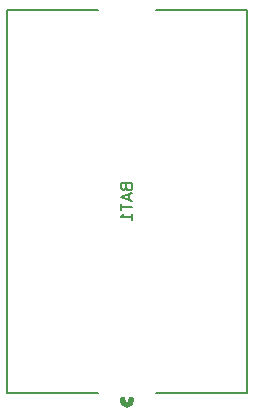
<source format=gbo>
G04 #@! TF.GenerationSoftware,KiCad,Pcbnew,9.0.5*
G04 #@! TF.CreationDate,2026-01-31T11:44:17-08:00*
G04 #@! TF.ProjectId,PocketFT8Xcvr,506f636b-6574-4465-9438-586376722e6b,rev?*
G04 #@! TF.SameCoordinates,Original*
G04 #@! TF.FileFunction,Legend,Bot*
G04 #@! TF.FilePolarity,Positive*
%FSLAX46Y46*%
G04 Gerber Fmt 4.6, Leading zero omitted, Abs format (unit mm)*
G04 Created by KiCad (PCBNEW 9.0.5) date 2026-01-31 11:44:17*
%MOMM*%
%LPD*%
G01*
G04 APERTURE LIST*
G04 Aperture macros list*
%AMRoundRect*
0 Rectangle with rounded corners*
0 $1 Rounding radius*
0 $2 $3 $4 $5 $6 $7 $8 $9 X,Y pos of 4 corners*
0 Add a 4 corners polygon primitive as box body*
4,1,4,$2,$3,$4,$5,$6,$7,$8,$9,$2,$3,0*
0 Add four circle primitives for the rounded corners*
1,1,$1+$1,$2,$3*
1,1,$1+$1,$4,$5*
1,1,$1+$1,$6,$7*
1,1,$1+$1,$8,$9*
0 Add four rect primitives between the rounded corners*
20,1,$1+$1,$2,$3,$4,$5,0*
20,1,$1+$1,$4,$5,$6,$7,0*
20,1,$1+$1,$6,$7,$8,$9,0*
20,1,$1+$1,$8,$9,$2,$3,0*%
G04 Aperture macros list end*
%ADD10C,0.150000*%
%ADD11C,0.152400*%
%ADD12C,0.508000*%
%ADD13C,3.000000*%
%ADD14R,1.600000X1.600000*%
%ADD15C,1.600000*%
%ADD16R,1.300000X1.300000*%
%ADD17C,1.300000*%
%ADD18C,1.803200*%
%ADD19R,2.413000X5.080000*%
%ADD20R,1.700000X1.700000*%
%ADD21O,1.700000X1.700000*%
%ADD22R,1.879600X1.879600*%
%ADD23C,1.879600*%
%ADD24RoundRect,0.250000X0.512000X-0.512000X0.512000X0.512000X-0.512000X0.512000X-0.512000X-0.512000X0*%
%ADD25C,1.524000*%
%ADD26R,1.800000X1.800000*%
%ADD27C,1.800000*%
%ADD28R,2.000000X2.000000*%
%ADD29C,2.000000*%
%ADD30R,2.100000X2.100000*%
%ADD31C,2.100000*%
%ADD32R,4.318000X3.302000*%
G04 APERTURE END LIST*
D10*
X121851009Y-92765714D02*
X121898628Y-92908571D01*
X121898628Y-92908571D02*
X121946247Y-92956190D01*
X121946247Y-92956190D02*
X122041485Y-93003809D01*
X122041485Y-93003809D02*
X122184342Y-93003809D01*
X122184342Y-93003809D02*
X122279580Y-92956190D01*
X122279580Y-92956190D02*
X122327200Y-92908571D01*
X122327200Y-92908571D02*
X122374819Y-92813333D01*
X122374819Y-92813333D02*
X122374819Y-92432381D01*
X122374819Y-92432381D02*
X121374819Y-92432381D01*
X121374819Y-92432381D02*
X121374819Y-92765714D01*
X121374819Y-92765714D02*
X121422438Y-92860952D01*
X121422438Y-92860952D02*
X121470057Y-92908571D01*
X121470057Y-92908571D02*
X121565295Y-92956190D01*
X121565295Y-92956190D02*
X121660533Y-92956190D01*
X121660533Y-92956190D02*
X121755771Y-92908571D01*
X121755771Y-92908571D02*
X121803390Y-92860952D01*
X121803390Y-92860952D02*
X121851009Y-92765714D01*
X121851009Y-92765714D02*
X121851009Y-92432381D01*
X122089104Y-93384762D02*
X122089104Y-93860952D01*
X122374819Y-93289524D02*
X121374819Y-93622857D01*
X121374819Y-93622857D02*
X122374819Y-93956190D01*
X121374819Y-94146667D02*
X121374819Y-94718095D01*
X122374819Y-94432381D02*
X121374819Y-94432381D01*
X122374819Y-95575238D02*
X122374819Y-95003810D01*
X122374819Y-95289524D02*
X121374819Y-95289524D01*
X121374819Y-95289524D02*
X121517676Y-95194286D01*
X121517676Y-95194286D02*
X121612914Y-95099048D01*
X121612914Y-95099048D02*
X121660533Y-95003810D01*
D11*
X111760000Y-77774800D02*
X119428260Y-77774800D01*
X111760000Y-110185200D02*
X111760000Y-77774800D01*
X119428260Y-110185200D02*
X111760000Y-110185200D01*
X124411740Y-77774800D02*
X132080000Y-77774800D01*
X132080000Y-77774800D02*
X132080000Y-110185200D01*
X132080000Y-110185200D02*
X124411740Y-110185200D01*
D12*
X121920000Y-111201200D02*
G75*
G02*
X121546188Y-110746540I0J381000D01*
G01*
X122293812Y-110746540D02*
G75*
G02*
X121920000Y-111201200I-373812J-73660D01*
G01*
%LPC*%
D13*
X106420000Y-54420000D03*
D14*
X139700000Y-54610000D03*
D15*
X139700000Y-57150000D03*
X139700000Y-59690000D03*
X139700000Y-62230000D03*
X139700000Y-64770000D03*
X139700000Y-67310000D03*
X139700000Y-69850000D03*
X139700000Y-72390000D03*
X139700000Y-74930000D03*
X139700000Y-77470000D03*
X139700000Y-80010000D03*
X139700000Y-82550000D03*
X139700000Y-85090000D03*
X139700000Y-87630000D03*
X139700000Y-90170000D03*
X139700000Y-92710000D03*
X139700000Y-95250000D03*
X139700000Y-97790000D03*
X139700000Y-100330000D03*
X139700000Y-102870000D03*
X139700000Y-105410000D03*
X139700000Y-107950000D03*
X139700000Y-110490000D03*
X139700000Y-113030000D03*
X154940000Y-113030000D03*
X154940000Y-110490000D03*
X154940000Y-107950000D03*
X154940000Y-105410000D03*
X154940000Y-102870000D03*
X154940000Y-100330000D03*
X154940000Y-97790000D03*
X154940000Y-95250000D03*
X154940000Y-92710000D03*
X154940000Y-90170000D03*
X154940000Y-87630000D03*
X154940000Y-85090000D03*
X154940000Y-82550000D03*
X154940000Y-80010000D03*
X154940000Y-77470000D03*
X154940000Y-74930000D03*
X154940000Y-72390000D03*
X154940000Y-69850000D03*
X154940000Y-67310000D03*
X154940000Y-64770000D03*
X154940000Y-62230000D03*
X154940000Y-59690000D03*
X154940000Y-57150000D03*
X154940000Y-54610000D03*
X152400000Y-57150000D03*
X142240000Y-100330000D03*
X144780000Y-100330000D03*
X147320000Y-100330000D03*
X149860000Y-100330000D03*
X152400000Y-100330000D03*
D16*
X152501600Y-67580000D03*
D17*
X150501600Y-67580000D03*
X148501600Y-67580000D03*
X148501600Y-69580000D03*
X150501600Y-69580000D03*
X152501600Y-69580000D03*
D18*
X116390000Y-68430000D03*
D19*
X183537000Y-53460000D03*
X192300000Y-53460000D03*
D13*
X106420000Y-115380000D03*
D20*
X198120000Y-60960000D03*
D21*
X198120000Y-63500000D03*
X198120000Y-66040000D03*
X198120000Y-68580000D03*
X198120000Y-71120000D03*
X198120000Y-73660000D03*
X198120000Y-76200000D03*
X198120000Y-78740000D03*
X198120000Y-81280000D03*
X198120000Y-83820000D03*
X198120000Y-86360000D03*
X198120000Y-88900000D03*
X198120000Y-91440000D03*
X198120000Y-93980000D03*
X198120000Y-96520000D03*
X198120000Y-99060000D03*
X198120000Y-101600000D03*
X198120000Y-104140000D03*
X198120000Y-106680000D03*
X198120000Y-109220000D03*
D13*
X197860000Y-115380000D03*
D22*
X135400000Y-100400000D03*
D23*
X135400000Y-102940000D03*
X135400000Y-105480000D03*
X135400000Y-108020000D03*
X135400000Y-110560000D03*
X135400000Y-113100000D03*
D18*
X133900000Y-80650000D03*
X171490000Y-70400000D03*
D24*
X182050000Y-97560000D03*
D25*
X192210000Y-97560000D03*
X182050000Y-62000000D03*
X192210000Y-62000000D03*
D26*
X162550000Y-111225000D03*
D27*
X160010000Y-111225000D03*
D28*
X189710000Y-115650000D03*
D29*
X182110000Y-115670000D03*
X189670000Y-110410000D03*
X182110000Y-110410000D03*
D18*
X133900000Y-73150000D03*
X166350000Y-111240000D03*
D30*
X112400000Y-55150000D03*
D31*
X114900000Y-55150000D03*
X117400000Y-55150000D03*
X119900000Y-55150000D03*
X122400000Y-55150000D03*
D20*
X106680000Y-60960000D03*
D21*
X106680000Y-63500000D03*
X106680000Y-66040000D03*
X106680000Y-68580000D03*
X106680000Y-71120000D03*
X106680000Y-73660000D03*
X106680000Y-76200000D03*
X106680000Y-78740000D03*
X106680000Y-81280000D03*
X106680000Y-83820000D03*
X106680000Y-86360000D03*
X106680000Y-88900000D03*
X106680000Y-91440000D03*
X106680000Y-93980000D03*
X106680000Y-96520000D03*
X106680000Y-99060000D03*
X106680000Y-101600000D03*
X106680000Y-104140000D03*
X106680000Y-106680000D03*
X106680000Y-109220000D03*
D13*
X197860000Y-54310000D03*
D18*
X170030000Y-111340000D03*
D32*
X121920000Y-108585000D03*
X121920000Y-79375000D03*
%LPD*%
M02*

</source>
